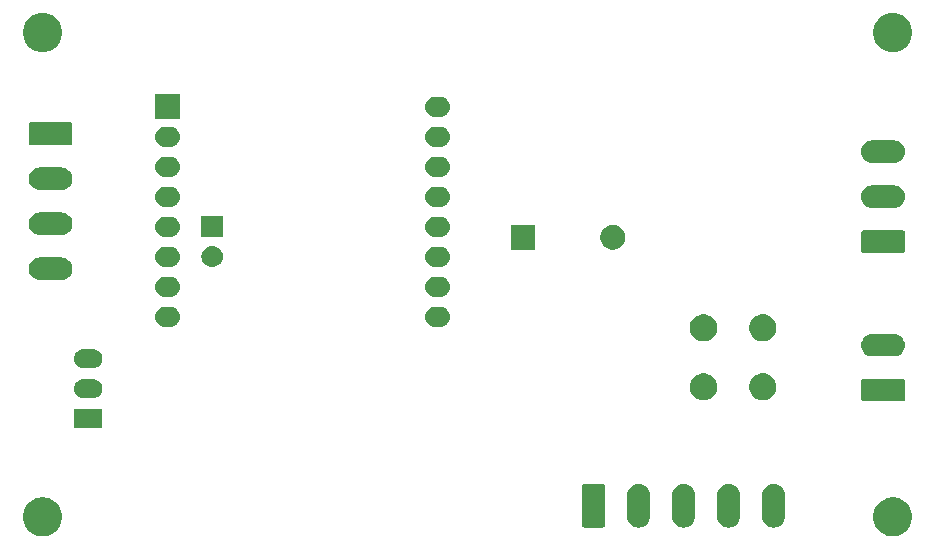
<source format=gbs>
G04 #@! TF.GenerationSoftware,KiCad,Pcbnew,(5.1.2-1)-1*
G04 #@! TF.CreationDate,2019-07-26T11:47:48+01:00*
G04 #@! TF.ProjectId,tool-lockers-pcb,746f6f6c-2d6c-46f6-936b-6572732d7063,rev?*
G04 #@! TF.SameCoordinates,Original*
G04 #@! TF.FileFunction,Soldermask,Bot*
G04 #@! TF.FilePolarity,Negative*
%FSLAX46Y46*%
G04 Gerber Fmt 4.6, Leading zero omitted, Abs format (unit mm)*
G04 Created by KiCad (PCBNEW (5.1.2-1)-1) date 2019-07-26 11:47:48*
%MOMM*%
%LPD*%
G04 APERTURE LIST*
%ADD10C,0.100000*%
G04 APERTURE END LIST*
D10*
G36*
X184911553Y-118575868D02*
G01*
X185071057Y-118607595D01*
X185159071Y-118644051D01*
X185371556Y-118732065D01*
X185641998Y-118912769D01*
X185871991Y-119142762D01*
X186052695Y-119413204D01*
X186177165Y-119713704D01*
X186240620Y-120032710D01*
X186240620Y-120357970D01*
X186177165Y-120676976D01*
X186052695Y-120977476D01*
X185871991Y-121247918D01*
X185641998Y-121477911D01*
X185371556Y-121658615D01*
X185159071Y-121746629D01*
X185071057Y-121783085D01*
X184911553Y-121814812D01*
X184752050Y-121846540D01*
X184426790Y-121846540D01*
X184267287Y-121814812D01*
X184107783Y-121783085D01*
X184019769Y-121746629D01*
X183807284Y-121658615D01*
X183536842Y-121477911D01*
X183306849Y-121247918D01*
X183126145Y-120977476D01*
X183001675Y-120676976D01*
X182938220Y-120357970D01*
X182938220Y-120032710D01*
X183001675Y-119713704D01*
X183126145Y-119413204D01*
X183306849Y-119142762D01*
X183536842Y-118912769D01*
X183807284Y-118732065D01*
X184019769Y-118644051D01*
X184107783Y-118607595D01*
X184267287Y-118575868D01*
X184426790Y-118544140D01*
X184752050Y-118544140D01*
X184911553Y-118575868D01*
X184911553Y-118575868D01*
G37*
G36*
X112912713Y-118575868D02*
G01*
X113072217Y-118607595D01*
X113160231Y-118644051D01*
X113372716Y-118732065D01*
X113643158Y-118912769D01*
X113873151Y-119142762D01*
X114053855Y-119413204D01*
X114178325Y-119713704D01*
X114241780Y-120032710D01*
X114241780Y-120357970D01*
X114178325Y-120676976D01*
X114053855Y-120977476D01*
X113873151Y-121247918D01*
X113643158Y-121477911D01*
X113372716Y-121658615D01*
X113160231Y-121746629D01*
X113072217Y-121783085D01*
X112912713Y-121814812D01*
X112753210Y-121846540D01*
X112427950Y-121846540D01*
X112268447Y-121814812D01*
X112108943Y-121783085D01*
X112020929Y-121746629D01*
X111808444Y-121658615D01*
X111538002Y-121477911D01*
X111308009Y-121247918D01*
X111127305Y-120977476D01*
X111002835Y-120676976D01*
X110939380Y-120357970D01*
X110939380Y-120032710D01*
X111002835Y-119713704D01*
X111127305Y-119413204D01*
X111308009Y-119142762D01*
X111538002Y-118912769D01*
X111808444Y-118732065D01*
X112020929Y-118644051D01*
X112108943Y-118607595D01*
X112268447Y-118575868D01*
X112427950Y-118544140D01*
X112753210Y-118544140D01*
X112912713Y-118575868D01*
X112912713Y-118575868D01*
G37*
G36*
X163254424Y-117415760D02*
G01*
X163254427Y-117415761D01*
X163254428Y-117415761D01*
X163433692Y-117470140D01*
X163433695Y-117470142D01*
X163433696Y-117470142D01*
X163598903Y-117558446D01*
X163743712Y-117677288D01*
X163862554Y-117822097D01*
X163950858Y-117987303D01*
X163950860Y-117987307D01*
X163950860Y-117987308D01*
X164005240Y-118166575D01*
X164019000Y-118306282D01*
X164019000Y-120199718D01*
X164005240Y-120339425D01*
X164005239Y-120339428D01*
X164005239Y-120339429D01*
X163950860Y-120518693D01*
X163950858Y-120518696D01*
X163950858Y-120518697D01*
X163862554Y-120683903D01*
X163743712Y-120828712D01*
X163598903Y-120947554D01*
X163451425Y-121026382D01*
X163433693Y-121035860D01*
X163254429Y-121090239D01*
X163254428Y-121090239D01*
X163254425Y-121090240D01*
X163068000Y-121108601D01*
X162881576Y-121090240D01*
X162881573Y-121090239D01*
X162881572Y-121090239D01*
X162702308Y-121035860D01*
X162684576Y-121026382D01*
X162537098Y-120947554D01*
X162392289Y-120828712D01*
X162273447Y-120683903D01*
X162185143Y-120518697D01*
X162185143Y-120518696D01*
X162185141Y-120518693D01*
X162130762Y-120339429D01*
X162130762Y-120339428D01*
X162130761Y-120339425D01*
X162117000Y-120199717D01*
X162117000Y-118306283D01*
X162130760Y-118166576D01*
X162130761Y-118166572D01*
X162185140Y-117987308D01*
X162185143Y-117987303D01*
X162273446Y-117822097D01*
X162392288Y-117677288D01*
X162537097Y-117558446D01*
X162702303Y-117470142D01*
X162702304Y-117470142D01*
X162702307Y-117470140D01*
X162881571Y-117415761D01*
X162881572Y-117415761D01*
X162881575Y-117415760D01*
X163068000Y-117397399D01*
X163254424Y-117415760D01*
X163254424Y-117415760D01*
G37*
G36*
X167064424Y-117415760D02*
G01*
X167064427Y-117415761D01*
X167064428Y-117415761D01*
X167243692Y-117470140D01*
X167243695Y-117470142D01*
X167243696Y-117470142D01*
X167408903Y-117558446D01*
X167553712Y-117677288D01*
X167672554Y-117822097D01*
X167760858Y-117987303D01*
X167760860Y-117987307D01*
X167760860Y-117987308D01*
X167815240Y-118166575D01*
X167829000Y-118306282D01*
X167829000Y-120199718D01*
X167815240Y-120339425D01*
X167815239Y-120339428D01*
X167815239Y-120339429D01*
X167760860Y-120518693D01*
X167760858Y-120518696D01*
X167760858Y-120518697D01*
X167672554Y-120683903D01*
X167553712Y-120828712D01*
X167408903Y-120947554D01*
X167261425Y-121026382D01*
X167243693Y-121035860D01*
X167064429Y-121090239D01*
X167064428Y-121090239D01*
X167064425Y-121090240D01*
X166878000Y-121108601D01*
X166691576Y-121090240D01*
X166691573Y-121090239D01*
X166691572Y-121090239D01*
X166512308Y-121035860D01*
X166494576Y-121026382D01*
X166347098Y-120947554D01*
X166202289Y-120828712D01*
X166083447Y-120683903D01*
X165995143Y-120518697D01*
X165995143Y-120518696D01*
X165995141Y-120518693D01*
X165940762Y-120339429D01*
X165940762Y-120339428D01*
X165940761Y-120339425D01*
X165927000Y-120199717D01*
X165927000Y-118306283D01*
X165940760Y-118166576D01*
X165940761Y-118166572D01*
X165995140Y-117987308D01*
X165995143Y-117987303D01*
X166083446Y-117822097D01*
X166202288Y-117677288D01*
X166347097Y-117558446D01*
X166512303Y-117470142D01*
X166512304Y-117470142D01*
X166512307Y-117470140D01*
X166691571Y-117415761D01*
X166691572Y-117415761D01*
X166691575Y-117415760D01*
X166878000Y-117397399D01*
X167064424Y-117415760D01*
X167064424Y-117415760D01*
G37*
G36*
X170874424Y-117415760D02*
G01*
X170874427Y-117415761D01*
X170874428Y-117415761D01*
X171053692Y-117470140D01*
X171053695Y-117470142D01*
X171053696Y-117470142D01*
X171218903Y-117558446D01*
X171363712Y-117677288D01*
X171482554Y-117822097D01*
X171570858Y-117987303D01*
X171570860Y-117987307D01*
X171570860Y-117987308D01*
X171625240Y-118166575D01*
X171639000Y-118306282D01*
X171639000Y-120199718D01*
X171625240Y-120339425D01*
X171625239Y-120339428D01*
X171625239Y-120339429D01*
X171570860Y-120518693D01*
X171570858Y-120518696D01*
X171570858Y-120518697D01*
X171482554Y-120683903D01*
X171363712Y-120828712D01*
X171218903Y-120947554D01*
X171071425Y-121026382D01*
X171053693Y-121035860D01*
X170874429Y-121090239D01*
X170874428Y-121090239D01*
X170874425Y-121090240D01*
X170688000Y-121108601D01*
X170501576Y-121090240D01*
X170501573Y-121090239D01*
X170501572Y-121090239D01*
X170322308Y-121035860D01*
X170304576Y-121026382D01*
X170157098Y-120947554D01*
X170012289Y-120828712D01*
X169893447Y-120683903D01*
X169805143Y-120518697D01*
X169805143Y-120518696D01*
X169805141Y-120518693D01*
X169750762Y-120339429D01*
X169750762Y-120339428D01*
X169750761Y-120339425D01*
X169737000Y-120199717D01*
X169737000Y-118306283D01*
X169750760Y-118166576D01*
X169750761Y-118166572D01*
X169805140Y-117987308D01*
X169805143Y-117987303D01*
X169893446Y-117822097D01*
X170012288Y-117677288D01*
X170157097Y-117558446D01*
X170322303Y-117470142D01*
X170322304Y-117470142D01*
X170322307Y-117470140D01*
X170501571Y-117415761D01*
X170501572Y-117415761D01*
X170501575Y-117415760D01*
X170688000Y-117397399D01*
X170874424Y-117415760D01*
X170874424Y-117415760D01*
G37*
G36*
X174684424Y-117415760D02*
G01*
X174684427Y-117415761D01*
X174684428Y-117415761D01*
X174863692Y-117470140D01*
X174863695Y-117470142D01*
X174863696Y-117470142D01*
X175028903Y-117558446D01*
X175173712Y-117677288D01*
X175292554Y-117822097D01*
X175380858Y-117987303D01*
X175380860Y-117987307D01*
X175380860Y-117987308D01*
X175435240Y-118166575D01*
X175449000Y-118306282D01*
X175449000Y-120199718D01*
X175435240Y-120339425D01*
X175435239Y-120339428D01*
X175435239Y-120339429D01*
X175380860Y-120518693D01*
X175380858Y-120518696D01*
X175380858Y-120518697D01*
X175292554Y-120683903D01*
X175173712Y-120828712D01*
X175028903Y-120947554D01*
X174881425Y-121026382D01*
X174863693Y-121035860D01*
X174684429Y-121090239D01*
X174684428Y-121090239D01*
X174684425Y-121090240D01*
X174498000Y-121108601D01*
X174311576Y-121090240D01*
X174311573Y-121090239D01*
X174311572Y-121090239D01*
X174132308Y-121035860D01*
X174114576Y-121026382D01*
X173967098Y-120947554D01*
X173822289Y-120828712D01*
X173703447Y-120683903D01*
X173615143Y-120518697D01*
X173615143Y-120518696D01*
X173615141Y-120518693D01*
X173560762Y-120339429D01*
X173560762Y-120339428D01*
X173560761Y-120339425D01*
X173547000Y-120199717D01*
X173547000Y-118306283D01*
X173560760Y-118166576D01*
X173560761Y-118166572D01*
X173615140Y-117987308D01*
X173615143Y-117987303D01*
X173703446Y-117822097D01*
X173822288Y-117677288D01*
X173967097Y-117558446D01*
X174132303Y-117470142D01*
X174132304Y-117470142D01*
X174132307Y-117470140D01*
X174311571Y-117415761D01*
X174311572Y-117415761D01*
X174311575Y-117415760D01*
X174498000Y-117397399D01*
X174684424Y-117415760D01*
X174684424Y-117415760D01*
G37*
G36*
X160068915Y-117405934D02*
G01*
X160101424Y-117415795D01*
X160131382Y-117431809D01*
X160157641Y-117453359D01*
X160179191Y-117479618D01*
X160195205Y-117509576D01*
X160205066Y-117542085D01*
X160209000Y-117582029D01*
X160209000Y-120923971D01*
X160205066Y-120963915D01*
X160195205Y-120996424D01*
X160179191Y-121026382D01*
X160157641Y-121052641D01*
X160131382Y-121074191D01*
X160101424Y-121090205D01*
X160068915Y-121100066D01*
X160028971Y-121104000D01*
X158487029Y-121104000D01*
X158447085Y-121100066D01*
X158414576Y-121090205D01*
X158384618Y-121074191D01*
X158358359Y-121052641D01*
X158336809Y-121026382D01*
X158320795Y-120996424D01*
X158310934Y-120963915D01*
X158307000Y-120923971D01*
X158307000Y-117582029D01*
X158310934Y-117542085D01*
X158320795Y-117509576D01*
X158336809Y-117479618D01*
X158358359Y-117453359D01*
X158384618Y-117431809D01*
X158414576Y-117415795D01*
X158447085Y-117405934D01*
X158487029Y-117402000D01*
X160028971Y-117402000D01*
X160068915Y-117405934D01*
X160068915Y-117405934D01*
G37*
G36*
X117660000Y-112688000D02*
G01*
X115258000Y-112688000D01*
X115258000Y-111086000D01*
X117660000Y-111086000D01*
X117660000Y-112688000D01*
X117660000Y-112688000D01*
G37*
G36*
X185479915Y-108526934D02*
G01*
X185512424Y-108536795D01*
X185542382Y-108552809D01*
X185568641Y-108574359D01*
X185590191Y-108600618D01*
X185606205Y-108630576D01*
X185616066Y-108663085D01*
X185620000Y-108703029D01*
X185620000Y-110244971D01*
X185616066Y-110284915D01*
X185606205Y-110317424D01*
X185590191Y-110347382D01*
X185568641Y-110373641D01*
X185542382Y-110395191D01*
X185512424Y-110411205D01*
X185479915Y-110421066D01*
X185439971Y-110425000D01*
X182098029Y-110425000D01*
X182058085Y-110421066D01*
X182025576Y-110411205D01*
X181995618Y-110395191D01*
X181969359Y-110373641D01*
X181947809Y-110347382D01*
X181931795Y-110317424D01*
X181921934Y-110284915D01*
X181918000Y-110244971D01*
X181918000Y-108703029D01*
X181921934Y-108663085D01*
X181931795Y-108630576D01*
X181947809Y-108600618D01*
X181969359Y-108574359D01*
X181995618Y-108552809D01*
X182025576Y-108536795D01*
X182058085Y-108526934D01*
X182098029Y-108523000D01*
X185439971Y-108523000D01*
X185479915Y-108526934D01*
X185479915Y-108526934D01*
G37*
G36*
X173793549Y-108051116D02*
G01*
X173904734Y-108073232D01*
X174114203Y-108159997D01*
X174302720Y-108285960D01*
X174463040Y-108446280D01*
X174589003Y-108634797D01*
X174648265Y-108777867D01*
X174675768Y-108844267D01*
X174714501Y-109038988D01*
X174720000Y-109066636D01*
X174720000Y-109293364D01*
X174675768Y-109515734D01*
X174589003Y-109725203D01*
X174463040Y-109913720D01*
X174302720Y-110074040D01*
X174114203Y-110200003D01*
X174114202Y-110200004D01*
X174114201Y-110200004D01*
X174052850Y-110225416D01*
X173904734Y-110286768D01*
X173800019Y-110307597D01*
X173682365Y-110331000D01*
X173455635Y-110331000D01*
X173337981Y-110307597D01*
X173233266Y-110286768D01*
X173085150Y-110225416D01*
X173023799Y-110200004D01*
X173023798Y-110200004D01*
X173023797Y-110200003D01*
X172835280Y-110074040D01*
X172674960Y-109913720D01*
X172548997Y-109725203D01*
X172462232Y-109515734D01*
X172418000Y-109293364D01*
X172418000Y-109066636D01*
X172423500Y-109038988D01*
X172462232Y-108844267D01*
X172489736Y-108777867D01*
X172548997Y-108634797D01*
X172674960Y-108446280D01*
X172835280Y-108285960D01*
X173023797Y-108159997D01*
X173233266Y-108073232D01*
X173344451Y-108051116D01*
X173455635Y-108029000D01*
X173682365Y-108029000D01*
X173793549Y-108051116D01*
X173793549Y-108051116D01*
G37*
G36*
X168793549Y-108051116D02*
G01*
X168904734Y-108073232D01*
X169114203Y-108159997D01*
X169302720Y-108285960D01*
X169463040Y-108446280D01*
X169589003Y-108634797D01*
X169648265Y-108777867D01*
X169675768Y-108844267D01*
X169714501Y-109038988D01*
X169720000Y-109066636D01*
X169720000Y-109293364D01*
X169675768Y-109515734D01*
X169589003Y-109725203D01*
X169463040Y-109913720D01*
X169302720Y-110074040D01*
X169114203Y-110200003D01*
X169114202Y-110200004D01*
X169114201Y-110200004D01*
X169052850Y-110225416D01*
X168904734Y-110286768D01*
X168800019Y-110307597D01*
X168682365Y-110331000D01*
X168455635Y-110331000D01*
X168337981Y-110307597D01*
X168233266Y-110286768D01*
X168085150Y-110225416D01*
X168023799Y-110200004D01*
X168023798Y-110200004D01*
X168023797Y-110200003D01*
X167835280Y-110074040D01*
X167674960Y-109913720D01*
X167548997Y-109725203D01*
X167462232Y-109515734D01*
X167418000Y-109293364D01*
X167418000Y-109066636D01*
X167423500Y-109038988D01*
X167462232Y-108844267D01*
X167489736Y-108777867D01*
X167548997Y-108634797D01*
X167674960Y-108446280D01*
X167835280Y-108285960D01*
X168023797Y-108159997D01*
X168233266Y-108073232D01*
X168344451Y-108051116D01*
X168455635Y-108029000D01*
X168682365Y-108029000D01*
X168793549Y-108051116D01*
X168793549Y-108051116D01*
G37*
G36*
X116937571Y-108549863D02*
G01*
X117016023Y-108557590D01*
X117116682Y-108588125D01*
X117167013Y-108603392D01*
X117306165Y-108677771D01*
X117428133Y-108777867D01*
X117528229Y-108899835D01*
X117602608Y-109038987D01*
X117602608Y-109038988D01*
X117648410Y-109189977D01*
X117663875Y-109347000D01*
X117648410Y-109504023D01*
X117617875Y-109604682D01*
X117602608Y-109655013D01*
X117528229Y-109794165D01*
X117428133Y-109916133D01*
X117306165Y-110016229D01*
X117167013Y-110090608D01*
X117116682Y-110105875D01*
X117016023Y-110136410D01*
X116937571Y-110144137D01*
X116898346Y-110148000D01*
X116019654Y-110148000D01*
X115980429Y-110144137D01*
X115901977Y-110136410D01*
X115801318Y-110105875D01*
X115750987Y-110090608D01*
X115611835Y-110016229D01*
X115489867Y-109916133D01*
X115389771Y-109794165D01*
X115315392Y-109655013D01*
X115300125Y-109604682D01*
X115269590Y-109504023D01*
X115254125Y-109347000D01*
X115269590Y-109189977D01*
X115315392Y-109038988D01*
X115315392Y-109038987D01*
X115389771Y-108899835D01*
X115489867Y-108777867D01*
X115611835Y-108677771D01*
X115750987Y-108603392D01*
X115801318Y-108588125D01*
X115901977Y-108557590D01*
X115980429Y-108549863D01*
X116019654Y-108546000D01*
X116898346Y-108546000D01*
X116937571Y-108549863D01*
X116937571Y-108549863D01*
G37*
G36*
X116937571Y-106009863D02*
G01*
X117016023Y-106017590D01*
X117116682Y-106048125D01*
X117167013Y-106063392D01*
X117306165Y-106137771D01*
X117428133Y-106237867D01*
X117528229Y-106359835D01*
X117602608Y-106498987D01*
X117602608Y-106498988D01*
X117648410Y-106649977D01*
X117663875Y-106807000D01*
X117648410Y-106964023D01*
X117617875Y-107064682D01*
X117602608Y-107115013D01*
X117528229Y-107254165D01*
X117428133Y-107376133D01*
X117306165Y-107476229D01*
X117167013Y-107550608D01*
X117116682Y-107565875D01*
X117016023Y-107596410D01*
X116937571Y-107604137D01*
X116898346Y-107608000D01*
X116019654Y-107608000D01*
X115980429Y-107604137D01*
X115901977Y-107596410D01*
X115801318Y-107565875D01*
X115750987Y-107550608D01*
X115611835Y-107476229D01*
X115489867Y-107376133D01*
X115389771Y-107254165D01*
X115315392Y-107115013D01*
X115300125Y-107064682D01*
X115269590Y-106964023D01*
X115254125Y-106807000D01*
X115269590Y-106649977D01*
X115315392Y-106498988D01*
X115315392Y-106498987D01*
X115389771Y-106359835D01*
X115489867Y-106237867D01*
X115611835Y-106137771D01*
X115750987Y-106063392D01*
X115801318Y-106048125D01*
X115901977Y-106017590D01*
X115980429Y-106009863D01*
X116019654Y-106006000D01*
X116898346Y-106006000D01*
X116937571Y-106009863D01*
X116937571Y-106009863D01*
G37*
G36*
X184855425Y-104726760D02*
G01*
X184855428Y-104726761D01*
X184855429Y-104726761D01*
X185034693Y-104781140D01*
X185034696Y-104781142D01*
X185034697Y-104781142D01*
X185199903Y-104869446D01*
X185344712Y-104988288D01*
X185463554Y-105133097D01*
X185499316Y-105200004D01*
X185551860Y-105298307D01*
X185561777Y-105331000D01*
X185606240Y-105477575D01*
X185624601Y-105664000D01*
X185606240Y-105850425D01*
X185606239Y-105850428D01*
X185606239Y-105850429D01*
X185551860Y-106029693D01*
X185551858Y-106029696D01*
X185551858Y-106029697D01*
X185463554Y-106194903D01*
X185344712Y-106339712D01*
X185199903Y-106458554D01*
X185034697Y-106546858D01*
X185034693Y-106546860D01*
X184855429Y-106601239D01*
X184855428Y-106601239D01*
X184855425Y-106601240D01*
X184715718Y-106615000D01*
X182822282Y-106615000D01*
X182682575Y-106601240D01*
X182682572Y-106601239D01*
X182682571Y-106601239D01*
X182503307Y-106546860D01*
X182503303Y-106546858D01*
X182338097Y-106458554D01*
X182193288Y-106339712D01*
X182074446Y-106194903D01*
X181986142Y-106029697D01*
X181986142Y-106029696D01*
X181986140Y-106029693D01*
X181931761Y-105850429D01*
X181931761Y-105850428D01*
X181931760Y-105850425D01*
X181913399Y-105664000D01*
X181931760Y-105477575D01*
X181976223Y-105331000D01*
X181986140Y-105298307D01*
X182038684Y-105200004D01*
X182074446Y-105133097D01*
X182193288Y-104988288D01*
X182338097Y-104869446D01*
X182503303Y-104781142D01*
X182503304Y-104781142D01*
X182503307Y-104781140D01*
X182682571Y-104726761D01*
X182682572Y-104726761D01*
X182682575Y-104726760D01*
X182822282Y-104713000D01*
X184715718Y-104713000D01*
X184855425Y-104726760D01*
X184855425Y-104726760D01*
G37*
G36*
X173793549Y-103051116D02*
G01*
X173904734Y-103073232D01*
X174114203Y-103159997D01*
X174302720Y-103285960D01*
X174463040Y-103446280D01*
X174551212Y-103578239D01*
X174589004Y-103634799D01*
X174675768Y-103844267D01*
X174714906Y-104041024D01*
X174720000Y-104066636D01*
X174720000Y-104293364D01*
X174675768Y-104515734D01*
X174589003Y-104725203D01*
X174463040Y-104913720D01*
X174302720Y-105074040D01*
X174114203Y-105200003D01*
X173904734Y-105286768D01*
X173846743Y-105298303D01*
X173682365Y-105331000D01*
X173455635Y-105331000D01*
X173291257Y-105298303D01*
X173233266Y-105286768D01*
X173023797Y-105200003D01*
X172835280Y-105074040D01*
X172674960Y-104913720D01*
X172548997Y-104725203D01*
X172462232Y-104515734D01*
X172418000Y-104293364D01*
X172418000Y-104066636D01*
X172423095Y-104041024D01*
X172462232Y-103844267D01*
X172548996Y-103634799D01*
X172586788Y-103578239D01*
X172674960Y-103446280D01*
X172835280Y-103285960D01*
X173023797Y-103159997D01*
X173233266Y-103073232D01*
X173344451Y-103051116D01*
X173455635Y-103029000D01*
X173682365Y-103029000D01*
X173793549Y-103051116D01*
X173793549Y-103051116D01*
G37*
G36*
X168793549Y-103051116D02*
G01*
X168904734Y-103073232D01*
X169114203Y-103159997D01*
X169302720Y-103285960D01*
X169463040Y-103446280D01*
X169551212Y-103578239D01*
X169589004Y-103634799D01*
X169675768Y-103844267D01*
X169714906Y-104041024D01*
X169720000Y-104066636D01*
X169720000Y-104293364D01*
X169675768Y-104515734D01*
X169589003Y-104725203D01*
X169463040Y-104913720D01*
X169302720Y-105074040D01*
X169114203Y-105200003D01*
X168904734Y-105286768D01*
X168846743Y-105298303D01*
X168682365Y-105331000D01*
X168455635Y-105331000D01*
X168291257Y-105298303D01*
X168233266Y-105286768D01*
X168023797Y-105200003D01*
X167835280Y-105074040D01*
X167674960Y-104913720D01*
X167548997Y-104725203D01*
X167462232Y-104515734D01*
X167418000Y-104293364D01*
X167418000Y-104066636D01*
X167423095Y-104041024D01*
X167462232Y-103844267D01*
X167548996Y-103634799D01*
X167586788Y-103578239D01*
X167674960Y-103446280D01*
X167835280Y-103285960D01*
X168023797Y-103159997D01*
X168233266Y-103073232D01*
X168344451Y-103051116D01*
X168455635Y-103029000D01*
X168682365Y-103029000D01*
X168793549Y-103051116D01*
X168793549Y-103051116D01*
G37*
G36*
X146416823Y-102412313D02*
G01*
X146577242Y-102460976D01*
X146709906Y-102531886D01*
X146725078Y-102539996D01*
X146854659Y-102646341D01*
X146961004Y-102775922D01*
X146961005Y-102775924D01*
X147040024Y-102923758D01*
X147088687Y-103084177D01*
X147105117Y-103251000D01*
X147088687Y-103417823D01*
X147040024Y-103578242D01*
X146969114Y-103710906D01*
X146961004Y-103726078D01*
X146854659Y-103855659D01*
X146725078Y-103962004D01*
X146725076Y-103962005D01*
X146577242Y-104041024D01*
X146416823Y-104089687D01*
X146291804Y-104102000D01*
X145808196Y-104102000D01*
X145683177Y-104089687D01*
X145522758Y-104041024D01*
X145374924Y-103962005D01*
X145374922Y-103962004D01*
X145245341Y-103855659D01*
X145138996Y-103726078D01*
X145130886Y-103710906D01*
X145059976Y-103578242D01*
X145011313Y-103417823D01*
X144994883Y-103251000D01*
X145011313Y-103084177D01*
X145059976Y-102923758D01*
X145138995Y-102775924D01*
X145138996Y-102775922D01*
X145245341Y-102646341D01*
X145374922Y-102539996D01*
X145390094Y-102531886D01*
X145522758Y-102460976D01*
X145683177Y-102412313D01*
X145808196Y-102400000D01*
X146291804Y-102400000D01*
X146416823Y-102412313D01*
X146416823Y-102412313D01*
G37*
G36*
X123556823Y-102412313D02*
G01*
X123717242Y-102460976D01*
X123849906Y-102531886D01*
X123865078Y-102539996D01*
X123994659Y-102646341D01*
X124101004Y-102775922D01*
X124101005Y-102775924D01*
X124180024Y-102923758D01*
X124228687Y-103084177D01*
X124245117Y-103251000D01*
X124228687Y-103417823D01*
X124180024Y-103578242D01*
X124109114Y-103710906D01*
X124101004Y-103726078D01*
X123994659Y-103855659D01*
X123865078Y-103962004D01*
X123865076Y-103962005D01*
X123717242Y-104041024D01*
X123556823Y-104089687D01*
X123431804Y-104102000D01*
X122948196Y-104102000D01*
X122823177Y-104089687D01*
X122662758Y-104041024D01*
X122514924Y-103962005D01*
X122514922Y-103962004D01*
X122385341Y-103855659D01*
X122278996Y-103726078D01*
X122270886Y-103710906D01*
X122199976Y-103578242D01*
X122151313Y-103417823D01*
X122134883Y-103251000D01*
X122151313Y-103084177D01*
X122199976Y-102923758D01*
X122278995Y-102775924D01*
X122278996Y-102775922D01*
X122385341Y-102646341D01*
X122514922Y-102539996D01*
X122530094Y-102531886D01*
X122662758Y-102460976D01*
X122823177Y-102412313D01*
X122948196Y-102400000D01*
X123431804Y-102400000D01*
X123556823Y-102412313D01*
X123556823Y-102412313D01*
G37*
G36*
X146416823Y-99872313D02*
G01*
X146577242Y-99920976D01*
X146690573Y-99981553D01*
X146725078Y-99999996D01*
X146854659Y-100106341D01*
X146961004Y-100235922D01*
X146961005Y-100235924D01*
X147040024Y-100383758D01*
X147088687Y-100544177D01*
X147105117Y-100711000D01*
X147088687Y-100877823D01*
X147040024Y-101038242D01*
X146969114Y-101170906D01*
X146961004Y-101186078D01*
X146854659Y-101315659D01*
X146725078Y-101422004D01*
X146725076Y-101422005D01*
X146577242Y-101501024D01*
X146416823Y-101549687D01*
X146291804Y-101562000D01*
X145808196Y-101562000D01*
X145683177Y-101549687D01*
X145522758Y-101501024D01*
X145374924Y-101422005D01*
X145374922Y-101422004D01*
X145245341Y-101315659D01*
X145138996Y-101186078D01*
X145130886Y-101170906D01*
X145059976Y-101038242D01*
X145011313Y-100877823D01*
X144994883Y-100711000D01*
X145011313Y-100544177D01*
X145059976Y-100383758D01*
X145138995Y-100235924D01*
X145138996Y-100235922D01*
X145245341Y-100106341D01*
X145374922Y-99999996D01*
X145409427Y-99981553D01*
X145522758Y-99920976D01*
X145683177Y-99872313D01*
X145808196Y-99860000D01*
X146291804Y-99860000D01*
X146416823Y-99872313D01*
X146416823Y-99872313D01*
G37*
G36*
X123556823Y-99872313D02*
G01*
X123717242Y-99920976D01*
X123830573Y-99981553D01*
X123865078Y-99999996D01*
X123994659Y-100106341D01*
X124101004Y-100235922D01*
X124101005Y-100235924D01*
X124180024Y-100383758D01*
X124228687Y-100544177D01*
X124245117Y-100711000D01*
X124228687Y-100877823D01*
X124180024Y-101038242D01*
X124109114Y-101170906D01*
X124101004Y-101186078D01*
X123994659Y-101315659D01*
X123865078Y-101422004D01*
X123865076Y-101422005D01*
X123717242Y-101501024D01*
X123556823Y-101549687D01*
X123431804Y-101562000D01*
X122948196Y-101562000D01*
X122823177Y-101549687D01*
X122662758Y-101501024D01*
X122514924Y-101422005D01*
X122514922Y-101422004D01*
X122385341Y-101315659D01*
X122278996Y-101186078D01*
X122270886Y-101170906D01*
X122199976Y-101038242D01*
X122151313Y-100877823D01*
X122134883Y-100711000D01*
X122151313Y-100544177D01*
X122199976Y-100383758D01*
X122278995Y-100235924D01*
X122278996Y-100235922D01*
X122385341Y-100106341D01*
X122514922Y-99999996D01*
X122549427Y-99981553D01*
X122662758Y-99920976D01*
X122823177Y-99872313D01*
X122948196Y-99860000D01*
X123431804Y-99860000D01*
X123556823Y-99872313D01*
X123556823Y-99872313D01*
G37*
G36*
X114370425Y-98249760D02*
G01*
X114370428Y-98249761D01*
X114370429Y-98249761D01*
X114549693Y-98304140D01*
X114549696Y-98304142D01*
X114549697Y-98304142D01*
X114714903Y-98392446D01*
X114859712Y-98511288D01*
X114978554Y-98656097D01*
X115042461Y-98775659D01*
X115066860Y-98821307D01*
X115109243Y-98961025D01*
X115121240Y-99000575D01*
X115139601Y-99187000D01*
X115121240Y-99373425D01*
X115121239Y-99373428D01*
X115121239Y-99373429D01*
X115066860Y-99552693D01*
X115066858Y-99552696D01*
X115066858Y-99552697D01*
X114978554Y-99717903D01*
X114859712Y-99862712D01*
X114714903Y-99981554D01*
X114549697Y-100069858D01*
X114549693Y-100069860D01*
X114370429Y-100124239D01*
X114370428Y-100124239D01*
X114370425Y-100124240D01*
X114230718Y-100138000D01*
X112337282Y-100138000D01*
X112197575Y-100124240D01*
X112197572Y-100124239D01*
X112197571Y-100124239D01*
X112018307Y-100069860D01*
X112018303Y-100069858D01*
X111853097Y-99981554D01*
X111708288Y-99862712D01*
X111589446Y-99717903D01*
X111501142Y-99552697D01*
X111501142Y-99552696D01*
X111501140Y-99552693D01*
X111446761Y-99373429D01*
X111446761Y-99373428D01*
X111446760Y-99373425D01*
X111428399Y-99187000D01*
X111446760Y-99000575D01*
X111458757Y-98961025D01*
X111501140Y-98821307D01*
X111525539Y-98775659D01*
X111589446Y-98656097D01*
X111708288Y-98511288D01*
X111853097Y-98392446D01*
X112018303Y-98304142D01*
X112018304Y-98304142D01*
X112018307Y-98304140D01*
X112197571Y-98249761D01*
X112197572Y-98249761D01*
X112197575Y-98249760D01*
X112337282Y-98236000D01*
X114230718Y-98236000D01*
X114370425Y-98249760D01*
X114370425Y-98249760D01*
G37*
G36*
X127070443Y-97265519D02*
G01*
X127136627Y-97272037D01*
X127306466Y-97323557D01*
X127462991Y-97407222D01*
X127498729Y-97436552D01*
X127600186Y-97519814D01*
X127683448Y-97621271D01*
X127712778Y-97657009D01*
X127712779Y-97657011D01*
X127789552Y-97800641D01*
X127796443Y-97813534D01*
X127847963Y-97983373D01*
X127865359Y-98160000D01*
X127847963Y-98336627D01*
X127796443Y-98506466D01*
X127712778Y-98662991D01*
X127683448Y-98698729D01*
X127600186Y-98800186D01*
X127500489Y-98882004D01*
X127462991Y-98912778D01*
X127306466Y-98996443D01*
X127136627Y-99047963D01*
X127070442Y-99054482D01*
X127004260Y-99061000D01*
X126915740Y-99061000D01*
X126849557Y-99054481D01*
X126783373Y-99047963D01*
X126613534Y-98996443D01*
X126457009Y-98912778D01*
X126419511Y-98882004D01*
X126319814Y-98800186D01*
X126236552Y-98698729D01*
X126207222Y-98662991D01*
X126123557Y-98506466D01*
X126072037Y-98336627D01*
X126054641Y-98160000D01*
X126072037Y-97983373D01*
X126123557Y-97813534D01*
X126130449Y-97800641D01*
X126207221Y-97657011D01*
X126207222Y-97657009D01*
X126236552Y-97621271D01*
X126319814Y-97519814D01*
X126421271Y-97436552D01*
X126457009Y-97407222D01*
X126613534Y-97323557D01*
X126783373Y-97272037D01*
X126849557Y-97265519D01*
X126915740Y-97259000D01*
X127004260Y-97259000D01*
X127070443Y-97265519D01*
X127070443Y-97265519D01*
G37*
G36*
X146416823Y-97332313D02*
G01*
X146577242Y-97380976D01*
X146708966Y-97451384D01*
X146725078Y-97459996D01*
X146854659Y-97566341D01*
X146961004Y-97695922D01*
X146961005Y-97695924D01*
X147040024Y-97843758D01*
X147088687Y-98004177D01*
X147105117Y-98171000D01*
X147088687Y-98337823D01*
X147040024Y-98498242D01*
X146969114Y-98630906D01*
X146961004Y-98646078D01*
X146854659Y-98775659D01*
X146725078Y-98882004D01*
X146725076Y-98882005D01*
X146577242Y-98961024D01*
X146416823Y-99009687D01*
X146291804Y-99022000D01*
X145808196Y-99022000D01*
X145683177Y-99009687D01*
X145522758Y-98961024D01*
X145374924Y-98882005D01*
X145374922Y-98882004D01*
X145245341Y-98775659D01*
X145138996Y-98646078D01*
X145130886Y-98630906D01*
X145059976Y-98498242D01*
X145011313Y-98337823D01*
X144994883Y-98171000D01*
X145011313Y-98004177D01*
X145059976Y-97843758D01*
X145138995Y-97695924D01*
X145138996Y-97695922D01*
X145245341Y-97566341D01*
X145374922Y-97459996D01*
X145391034Y-97451384D01*
X145522758Y-97380976D01*
X145683177Y-97332313D01*
X145808196Y-97320000D01*
X146291804Y-97320000D01*
X146416823Y-97332313D01*
X146416823Y-97332313D01*
G37*
G36*
X123556823Y-97332313D02*
G01*
X123717242Y-97380976D01*
X123848966Y-97451384D01*
X123865078Y-97459996D01*
X123994659Y-97566341D01*
X124101004Y-97695922D01*
X124101005Y-97695924D01*
X124180024Y-97843758D01*
X124228687Y-98004177D01*
X124245117Y-98171000D01*
X124228687Y-98337823D01*
X124180024Y-98498242D01*
X124109114Y-98630906D01*
X124101004Y-98646078D01*
X123994659Y-98775659D01*
X123865078Y-98882004D01*
X123865076Y-98882005D01*
X123717242Y-98961024D01*
X123556823Y-99009687D01*
X123431804Y-99022000D01*
X122948196Y-99022000D01*
X122823177Y-99009687D01*
X122662758Y-98961024D01*
X122514924Y-98882005D01*
X122514922Y-98882004D01*
X122385341Y-98775659D01*
X122278996Y-98646078D01*
X122270886Y-98630906D01*
X122199976Y-98498242D01*
X122151313Y-98337823D01*
X122134883Y-98171000D01*
X122151313Y-98004177D01*
X122199976Y-97843758D01*
X122278995Y-97695924D01*
X122278996Y-97695922D01*
X122385341Y-97566341D01*
X122514922Y-97459996D01*
X122531034Y-97451384D01*
X122662758Y-97380976D01*
X122823177Y-97332313D01*
X122948196Y-97320000D01*
X123431804Y-97320000D01*
X123556823Y-97332313D01*
X123556823Y-97332313D01*
G37*
G36*
X185479915Y-95953934D02*
G01*
X185512424Y-95963795D01*
X185542382Y-95979809D01*
X185568641Y-96001359D01*
X185590191Y-96027618D01*
X185606205Y-96057576D01*
X185616066Y-96090085D01*
X185620000Y-96130029D01*
X185620000Y-97671971D01*
X185616066Y-97711915D01*
X185606205Y-97744424D01*
X185590191Y-97774382D01*
X185568641Y-97800641D01*
X185542382Y-97822191D01*
X185512424Y-97838205D01*
X185479915Y-97848066D01*
X185439971Y-97852000D01*
X182098029Y-97852000D01*
X182058085Y-97848066D01*
X182025576Y-97838205D01*
X181995618Y-97822191D01*
X181969359Y-97800641D01*
X181947809Y-97774382D01*
X181931795Y-97744424D01*
X181921934Y-97711915D01*
X181918000Y-97671971D01*
X181918000Y-96130029D01*
X181921934Y-96090085D01*
X181931795Y-96057576D01*
X181947809Y-96027618D01*
X181969359Y-96001359D01*
X181995618Y-95979809D01*
X182025576Y-95963795D01*
X182058085Y-95953934D01*
X182098029Y-95950000D01*
X185439971Y-95950000D01*
X185479915Y-95953934D01*
X185479915Y-95953934D01*
G37*
G36*
X161195564Y-95509389D02*
G01*
X161326028Y-95563429D01*
X161386835Y-95588616D01*
X161558973Y-95703635D01*
X161705365Y-95850027D01*
X161792083Y-95979809D01*
X161820385Y-96022167D01*
X161899611Y-96213436D01*
X161940000Y-96416484D01*
X161940000Y-96623516D01*
X161899611Y-96826564D01*
X161820385Y-97017833D01*
X161820384Y-97017835D01*
X161705365Y-97189973D01*
X161558973Y-97336365D01*
X161386835Y-97451384D01*
X161386834Y-97451385D01*
X161386833Y-97451385D01*
X161195564Y-97530611D01*
X160992516Y-97571000D01*
X160785484Y-97571000D01*
X160582436Y-97530611D01*
X160391167Y-97451385D01*
X160391166Y-97451385D01*
X160391165Y-97451384D01*
X160219027Y-97336365D01*
X160072635Y-97189973D01*
X159957616Y-97017835D01*
X159957615Y-97017833D01*
X159878389Y-96826564D01*
X159838000Y-96623516D01*
X159838000Y-96416484D01*
X159878389Y-96213436D01*
X159957615Y-96022167D01*
X159985918Y-95979809D01*
X160072635Y-95850027D01*
X160219027Y-95703635D01*
X160391165Y-95588616D01*
X160451972Y-95563429D01*
X160582436Y-95509389D01*
X160785484Y-95469000D01*
X160992516Y-95469000D01*
X161195564Y-95509389D01*
X161195564Y-95509389D01*
G37*
G36*
X154340000Y-97571000D02*
G01*
X152238000Y-97571000D01*
X152238000Y-95469000D01*
X154340000Y-95469000D01*
X154340000Y-97571000D01*
X154340000Y-97571000D01*
G37*
G36*
X127861000Y-96521000D02*
G01*
X126059000Y-96521000D01*
X126059000Y-94719000D01*
X127861000Y-94719000D01*
X127861000Y-96521000D01*
X127861000Y-96521000D01*
G37*
G36*
X146416823Y-94792313D02*
G01*
X146577242Y-94840976D01*
X146709906Y-94911886D01*
X146725078Y-94919996D01*
X146854659Y-95026341D01*
X146961004Y-95155922D01*
X146961005Y-95155924D01*
X147040024Y-95303758D01*
X147088687Y-95464177D01*
X147105117Y-95631000D01*
X147088687Y-95797823D01*
X147040024Y-95958242D01*
X146989529Y-96052712D01*
X146961004Y-96106078D01*
X146854659Y-96235659D01*
X146725078Y-96342004D01*
X146725076Y-96342005D01*
X146577242Y-96421024D01*
X146416823Y-96469687D01*
X146291804Y-96482000D01*
X145808196Y-96482000D01*
X145683177Y-96469687D01*
X145522758Y-96421024D01*
X145374924Y-96342005D01*
X145374922Y-96342004D01*
X145245341Y-96235659D01*
X145138996Y-96106078D01*
X145110471Y-96052712D01*
X145059976Y-95958242D01*
X145011313Y-95797823D01*
X144994883Y-95631000D01*
X145011313Y-95464177D01*
X145059976Y-95303758D01*
X145138995Y-95155924D01*
X145138996Y-95155922D01*
X145245341Y-95026341D01*
X145374922Y-94919996D01*
X145390094Y-94911886D01*
X145522758Y-94840976D01*
X145683177Y-94792313D01*
X145808196Y-94780000D01*
X146291804Y-94780000D01*
X146416823Y-94792313D01*
X146416823Y-94792313D01*
G37*
G36*
X123556823Y-94792313D02*
G01*
X123717242Y-94840976D01*
X123849906Y-94911886D01*
X123865078Y-94919996D01*
X123994659Y-95026341D01*
X124101004Y-95155922D01*
X124101005Y-95155924D01*
X124180024Y-95303758D01*
X124228687Y-95464177D01*
X124245117Y-95631000D01*
X124228687Y-95797823D01*
X124180024Y-95958242D01*
X124129529Y-96052712D01*
X124101004Y-96106078D01*
X123994659Y-96235659D01*
X123865078Y-96342004D01*
X123865076Y-96342005D01*
X123717242Y-96421024D01*
X123556823Y-96469687D01*
X123431804Y-96482000D01*
X122948196Y-96482000D01*
X122823177Y-96469687D01*
X122662758Y-96421024D01*
X122514924Y-96342005D01*
X122514922Y-96342004D01*
X122385341Y-96235659D01*
X122278996Y-96106078D01*
X122250471Y-96052712D01*
X122199976Y-95958242D01*
X122151313Y-95797823D01*
X122134883Y-95631000D01*
X122151313Y-95464177D01*
X122199976Y-95303758D01*
X122278995Y-95155924D01*
X122278996Y-95155922D01*
X122385341Y-95026341D01*
X122514922Y-94919996D01*
X122530094Y-94911886D01*
X122662758Y-94840976D01*
X122823177Y-94792313D01*
X122948196Y-94780000D01*
X123431804Y-94780000D01*
X123556823Y-94792313D01*
X123556823Y-94792313D01*
G37*
G36*
X114370425Y-94439760D02*
G01*
X114370428Y-94439761D01*
X114370429Y-94439761D01*
X114549693Y-94494140D01*
X114549696Y-94494142D01*
X114549697Y-94494142D01*
X114714903Y-94582446D01*
X114859712Y-94701288D01*
X114978554Y-94846097D01*
X115066858Y-95011303D01*
X115066860Y-95011307D01*
X115110728Y-95155922D01*
X115121240Y-95190575D01*
X115139601Y-95377000D01*
X115121240Y-95563425D01*
X115121239Y-95563428D01*
X115121239Y-95563429D01*
X115066860Y-95742693D01*
X115066858Y-95742696D01*
X115066858Y-95742697D01*
X114978554Y-95907903D01*
X114859712Y-96052712D01*
X114714903Y-96171554D01*
X114594970Y-96235659D01*
X114549693Y-96259860D01*
X114370429Y-96314239D01*
X114370428Y-96314239D01*
X114370425Y-96314240D01*
X114230718Y-96328000D01*
X112337282Y-96328000D01*
X112197575Y-96314240D01*
X112197572Y-96314239D01*
X112197571Y-96314239D01*
X112018307Y-96259860D01*
X111973030Y-96235659D01*
X111853097Y-96171554D01*
X111708288Y-96052712D01*
X111589446Y-95907903D01*
X111501142Y-95742697D01*
X111501142Y-95742696D01*
X111501140Y-95742693D01*
X111446761Y-95563429D01*
X111446761Y-95563428D01*
X111446760Y-95563425D01*
X111428399Y-95377000D01*
X111446760Y-95190575D01*
X111457272Y-95155922D01*
X111501140Y-95011307D01*
X111501142Y-95011303D01*
X111589446Y-94846097D01*
X111708288Y-94701288D01*
X111853097Y-94582446D01*
X112018303Y-94494142D01*
X112018304Y-94494142D01*
X112018307Y-94494140D01*
X112197571Y-94439761D01*
X112197572Y-94439761D01*
X112197575Y-94439760D01*
X112337282Y-94426000D01*
X114230718Y-94426000D01*
X114370425Y-94439760D01*
X114370425Y-94439760D01*
G37*
G36*
X184855425Y-92153760D02*
G01*
X184855428Y-92153761D01*
X184855429Y-92153761D01*
X185034693Y-92208140D01*
X185034696Y-92208142D01*
X185034697Y-92208142D01*
X185199903Y-92296446D01*
X185344712Y-92415288D01*
X185463554Y-92560097D01*
X185551858Y-92725303D01*
X185551860Y-92725307D01*
X185606239Y-92904571D01*
X185606240Y-92904575D01*
X185624601Y-93091000D01*
X185606240Y-93277425D01*
X185606239Y-93277428D01*
X185606239Y-93277429D01*
X185551860Y-93456693D01*
X185551858Y-93456696D01*
X185551858Y-93456697D01*
X185463554Y-93621903D01*
X185344712Y-93766712D01*
X185199903Y-93885554D01*
X185094299Y-93942000D01*
X185034693Y-93973860D01*
X184855429Y-94028239D01*
X184855428Y-94028239D01*
X184855425Y-94028240D01*
X184715718Y-94042000D01*
X182822282Y-94042000D01*
X182682575Y-94028240D01*
X182682572Y-94028239D01*
X182682571Y-94028239D01*
X182503307Y-93973860D01*
X182443701Y-93942000D01*
X182338097Y-93885554D01*
X182193288Y-93766712D01*
X182074446Y-93621903D01*
X181986142Y-93456697D01*
X181986142Y-93456696D01*
X181986140Y-93456693D01*
X181931761Y-93277429D01*
X181931761Y-93277428D01*
X181931760Y-93277425D01*
X181913399Y-93091000D01*
X181931760Y-92904575D01*
X181931761Y-92904571D01*
X181986140Y-92725307D01*
X181986142Y-92725303D01*
X182074446Y-92560097D01*
X182193288Y-92415288D01*
X182338097Y-92296446D01*
X182503303Y-92208142D01*
X182503304Y-92208142D01*
X182503307Y-92208140D01*
X182682571Y-92153761D01*
X182682572Y-92153761D01*
X182682575Y-92153760D01*
X182822282Y-92140000D01*
X184715718Y-92140000D01*
X184855425Y-92153760D01*
X184855425Y-92153760D01*
G37*
G36*
X146416823Y-92252313D02*
G01*
X146577242Y-92300976D01*
X146690573Y-92361553D01*
X146725078Y-92379996D01*
X146854659Y-92486341D01*
X146961004Y-92615922D01*
X146961005Y-92615924D01*
X147040024Y-92763758D01*
X147088687Y-92924177D01*
X147105117Y-93091000D01*
X147088687Y-93257823D01*
X147040024Y-93418242D01*
X147019471Y-93456693D01*
X146961004Y-93566078D01*
X146854659Y-93695659D01*
X146725078Y-93802004D01*
X146725076Y-93802005D01*
X146577242Y-93881024D01*
X146416823Y-93929687D01*
X146291804Y-93942000D01*
X145808196Y-93942000D01*
X145683177Y-93929687D01*
X145522758Y-93881024D01*
X145374924Y-93802005D01*
X145374922Y-93802004D01*
X145245341Y-93695659D01*
X145138996Y-93566078D01*
X145080529Y-93456693D01*
X145059976Y-93418242D01*
X145011313Y-93257823D01*
X144994883Y-93091000D01*
X145011313Y-92924177D01*
X145059976Y-92763758D01*
X145138995Y-92615924D01*
X145138996Y-92615922D01*
X145245341Y-92486341D01*
X145374922Y-92379996D01*
X145409427Y-92361553D01*
X145522758Y-92300976D01*
X145683177Y-92252313D01*
X145808196Y-92240000D01*
X146291804Y-92240000D01*
X146416823Y-92252313D01*
X146416823Y-92252313D01*
G37*
G36*
X123556823Y-92252313D02*
G01*
X123717242Y-92300976D01*
X123830573Y-92361553D01*
X123865078Y-92379996D01*
X123994659Y-92486341D01*
X124101004Y-92615922D01*
X124101005Y-92615924D01*
X124180024Y-92763758D01*
X124228687Y-92924177D01*
X124245117Y-93091000D01*
X124228687Y-93257823D01*
X124180024Y-93418242D01*
X124159471Y-93456693D01*
X124101004Y-93566078D01*
X123994659Y-93695659D01*
X123865078Y-93802004D01*
X123865076Y-93802005D01*
X123717242Y-93881024D01*
X123556823Y-93929687D01*
X123431804Y-93942000D01*
X122948196Y-93942000D01*
X122823177Y-93929687D01*
X122662758Y-93881024D01*
X122514924Y-93802005D01*
X122514922Y-93802004D01*
X122385341Y-93695659D01*
X122278996Y-93566078D01*
X122220529Y-93456693D01*
X122199976Y-93418242D01*
X122151313Y-93257823D01*
X122134883Y-93091000D01*
X122151313Y-92924177D01*
X122199976Y-92763758D01*
X122278995Y-92615924D01*
X122278996Y-92615922D01*
X122385341Y-92486341D01*
X122514922Y-92379996D01*
X122549427Y-92361553D01*
X122662758Y-92300976D01*
X122823177Y-92252313D01*
X122948196Y-92240000D01*
X123431804Y-92240000D01*
X123556823Y-92252313D01*
X123556823Y-92252313D01*
G37*
G36*
X114370425Y-90629760D02*
G01*
X114370428Y-90629761D01*
X114370429Y-90629761D01*
X114549693Y-90684140D01*
X114549696Y-90684142D01*
X114549697Y-90684142D01*
X114714903Y-90772446D01*
X114859712Y-90891288D01*
X114978554Y-91036097D01*
X115042461Y-91155659D01*
X115066860Y-91201307D01*
X115109243Y-91341025D01*
X115121240Y-91380575D01*
X115139601Y-91567000D01*
X115121240Y-91753425D01*
X115121239Y-91753428D01*
X115121239Y-91753429D01*
X115066860Y-91932693D01*
X115066858Y-91932696D01*
X115066858Y-91932697D01*
X114978554Y-92097903D01*
X114859712Y-92242712D01*
X114714903Y-92361554D01*
X114549697Y-92449858D01*
X114549693Y-92449860D01*
X114370429Y-92504239D01*
X114370428Y-92504239D01*
X114370425Y-92504240D01*
X114230718Y-92518000D01*
X112337282Y-92518000D01*
X112197575Y-92504240D01*
X112197572Y-92504239D01*
X112197571Y-92504239D01*
X112018307Y-92449860D01*
X112018303Y-92449858D01*
X111853097Y-92361554D01*
X111708288Y-92242712D01*
X111589446Y-92097903D01*
X111501142Y-91932697D01*
X111501142Y-91932696D01*
X111501140Y-91932693D01*
X111446761Y-91753429D01*
X111446761Y-91753428D01*
X111446760Y-91753425D01*
X111428399Y-91567000D01*
X111446760Y-91380575D01*
X111458757Y-91341025D01*
X111501140Y-91201307D01*
X111525539Y-91155659D01*
X111589446Y-91036097D01*
X111708288Y-90891288D01*
X111853097Y-90772446D01*
X112018303Y-90684142D01*
X112018304Y-90684142D01*
X112018307Y-90684140D01*
X112197571Y-90629761D01*
X112197572Y-90629761D01*
X112197575Y-90629760D01*
X112337282Y-90616000D01*
X114230718Y-90616000D01*
X114370425Y-90629760D01*
X114370425Y-90629760D01*
G37*
G36*
X146416823Y-89712313D02*
G01*
X146577242Y-89760976D01*
X146709906Y-89831886D01*
X146725078Y-89839996D01*
X146854659Y-89946341D01*
X146961004Y-90075922D01*
X146961005Y-90075924D01*
X147040024Y-90223758D01*
X147088687Y-90384177D01*
X147105117Y-90551000D01*
X147088687Y-90717823D01*
X147040024Y-90878242D01*
X146969114Y-91010906D01*
X146961004Y-91026078D01*
X146854659Y-91155659D01*
X146725078Y-91262004D01*
X146725076Y-91262005D01*
X146577242Y-91341024D01*
X146416823Y-91389687D01*
X146291804Y-91402000D01*
X145808196Y-91402000D01*
X145683177Y-91389687D01*
X145522758Y-91341024D01*
X145374924Y-91262005D01*
X145374922Y-91262004D01*
X145245341Y-91155659D01*
X145138996Y-91026078D01*
X145130886Y-91010906D01*
X145059976Y-90878242D01*
X145011313Y-90717823D01*
X144994883Y-90551000D01*
X145011313Y-90384177D01*
X145059976Y-90223758D01*
X145138995Y-90075924D01*
X145138996Y-90075922D01*
X145245341Y-89946341D01*
X145374922Y-89839996D01*
X145390094Y-89831886D01*
X145522758Y-89760976D01*
X145683177Y-89712313D01*
X145808196Y-89700000D01*
X146291804Y-89700000D01*
X146416823Y-89712313D01*
X146416823Y-89712313D01*
G37*
G36*
X123556823Y-89712313D02*
G01*
X123717242Y-89760976D01*
X123849906Y-89831886D01*
X123865078Y-89839996D01*
X123994659Y-89946341D01*
X124101004Y-90075922D01*
X124101005Y-90075924D01*
X124180024Y-90223758D01*
X124228687Y-90384177D01*
X124245117Y-90551000D01*
X124228687Y-90717823D01*
X124180024Y-90878242D01*
X124109114Y-91010906D01*
X124101004Y-91026078D01*
X123994659Y-91155659D01*
X123865078Y-91262004D01*
X123865076Y-91262005D01*
X123717242Y-91341024D01*
X123556823Y-91389687D01*
X123431804Y-91402000D01*
X122948196Y-91402000D01*
X122823177Y-91389687D01*
X122662758Y-91341024D01*
X122514924Y-91262005D01*
X122514922Y-91262004D01*
X122385341Y-91155659D01*
X122278996Y-91026078D01*
X122270886Y-91010906D01*
X122199976Y-90878242D01*
X122151313Y-90717823D01*
X122134883Y-90551000D01*
X122151313Y-90384177D01*
X122199976Y-90223758D01*
X122278995Y-90075924D01*
X122278996Y-90075922D01*
X122385341Y-89946341D01*
X122514922Y-89839996D01*
X122530094Y-89831886D01*
X122662758Y-89760976D01*
X122823177Y-89712313D01*
X122948196Y-89700000D01*
X123431804Y-89700000D01*
X123556823Y-89712313D01*
X123556823Y-89712313D01*
G37*
G36*
X184855425Y-88343760D02*
G01*
X184855428Y-88343761D01*
X184855429Y-88343761D01*
X185034693Y-88398140D01*
X185034696Y-88398142D01*
X185034697Y-88398142D01*
X185199903Y-88486446D01*
X185344712Y-88605288D01*
X185463554Y-88750097D01*
X185523367Y-88862000D01*
X185551860Y-88915307D01*
X185606239Y-89094571D01*
X185606240Y-89094575D01*
X185624601Y-89281000D01*
X185606240Y-89467425D01*
X185606239Y-89467428D01*
X185606239Y-89467429D01*
X185551860Y-89646693D01*
X185551858Y-89646696D01*
X185551858Y-89646697D01*
X185463554Y-89811903D01*
X185344712Y-89956712D01*
X185199903Y-90075554D01*
X185034697Y-90163858D01*
X185034693Y-90163860D01*
X184855429Y-90218239D01*
X184855428Y-90218239D01*
X184855425Y-90218240D01*
X184715718Y-90232000D01*
X182822282Y-90232000D01*
X182682575Y-90218240D01*
X182682572Y-90218239D01*
X182682571Y-90218239D01*
X182503307Y-90163860D01*
X182503303Y-90163858D01*
X182338097Y-90075554D01*
X182193288Y-89956712D01*
X182074446Y-89811903D01*
X181986142Y-89646697D01*
X181986142Y-89646696D01*
X181986140Y-89646693D01*
X181931761Y-89467429D01*
X181931761Y-89467428D01*
X181931760Y-89467425D01*
X181913399Y-89281000D01*
X181931760Y-89094575D01*
X181931761Y-89094571D01*
X181986140Y-88915307D01*
X182014633Y-88862000D01*
X182074446Y-88750097D01*
X182193288Y-88605288D01*
X182338097Y-88486446D01*
X182503303Y-88398142D01*
X182503304Y-88398142D01*
X182503307Y-88398140D01*
X182682571Y-88343761D01*
X182682572Y-88343761D01*
X182682575Y-88343760D01*
X182822282Y-88330000D01*
X184715718Y-88330000D01*
X184855425Y-88343760D01*
X184855425Y-88343760D01*
G37*
G36*
X123556823Y-87172313D02*
G01*
X123717242Y-87220976D01*
X123849906Y-87291886D01*
X123865078Y-87299996D01*
X123994659Y-87406341D01*
X124101004Y-87535922D01*
X124101005Y-87535924D01*
X124180024Y-87683758D01*
X124228687Y-87844177D01*
X124245117Y-88011000D01*
X124228687Y-88177823D01*
X124180024Y-88338242D01*
X124123584Y-88443834D01*
X124101004Y-88486078D01*
X123994659Y-88615659D01*
X123865078Y-88722004D01*
X123865076Y-88722005D01*
X123717242Y-88801024D01*
X123556823Y-88849687D01*
X123431804Y-88862000D01*
X122948196Y-88862000D01*
X122823177Y-88849687D01*
X122662758Y-88801024D01*
X122514924Y-88722005D01*
X122514922Y-88722004D01*
X122385341Y-88615659D01*
X122278996Y-88486078D01*
X122256416Y-88443834D01*
X122199976Y-88338242D01*
X122151313Y-88177823D01*
X122134883Y-88011000D01*
X122151313Y-87844177D01*
X122199976Y-87683758D01*
X122278995Y-87535924D01*
X122278996Y-87535922D01*
X122385341Y-87406341D01*
X122514922Y-87299996D01*
X122530094Y-87291886D01*
X122662758Y-87220976D01*
X122823177Y-87172313D01*
X122948196Y-87160000D01*
X123431804Y-87160000D01*
X123556823Y-87172313D01*
X123556823Y-87172313D01*
G37*
G36*
X146416823Y-87172313D02*
G01*
X146577242Y-87220976D01*
X146709906Y-87291886D01*
X146725078Y-87299996D01*
X146854659Y-87406341D01*
X146961004Y-87535922D01*
X146961005Y-87535924D01*
X147040024Y-87683758D01*
X147088687Y-87844177D01*
X147105117Y-88011000D01*
X147088687Y-88177823D01*
X147040024Y-88338242D01*
X146983584Y-88443834D01*
X146961004Y-88486078D01*
X146854659Y-88615659D01*
X146725078Y-88722004D01*
X146725076Y-88722005D01*
X146577242Y-88801024D01*
X146416823Y-88849687D01*
X146291804Y-88862000D01*
X145808196Y-88862000D01*
X145683177Y-88849687D01*
X145522758Y-88801024D01*
X145374924Y-88722005D01*
X145374922Y-88722004D01*
X145245341Y-88615659D01*
X145138996Y-88486078D01*
X145116416Y-88443834D01*
X145059976Y-88338242D01*
X145011313Y-88177823D01*
X144994883Y-88011000D01*
X145011313Y-87844177D01*
X145059976Y-87683758D01*
X145138995Y-87535924D01*
X145138996Y-87535922D01*
X145245341Y-87406341D01*
X145374922Y-87299996D01*
X145390094Y-87291886D01*
X145522758Y-87220976D01*
X145683177Y-87172313D01*
X145808196Y-87160000D01*
X146291804Y-87160000D01*
X146416823Y-87172313D01*
X146416823Y-87172313D01*
G37*
G36*
X114994915Y-86809934D02*
G01*
X115027424Y-86819795D01*
X115057382Y-86835809D01*
X115083641Y-86857359D01*
X115105191Y-86883618D01*
X115121205Y-86913576D01*
X115131066Y-86946085D01*
X115135000Y-86986029D01*
X115135000Y-88527971D01*
X115131066Y-88567915D01*
X115121205Y-88600424D01*
X115105191Y-88630382D01*
X115083641Y-88656641D01*
X115057382Y-88678191D01*
X115027424Y-88694205D01*
X114994915Y-88704066D01*
X114954971Y-88708000D01*
X111613029Y-88708000D01*
X111573085Y-88704066D01*
X111540576Y-88694205D01*
X111510618Y-88678191D01*
X111484359Y-88656641D01*
X111462809Y-88630382D01*
X111446795Y-88600424D01*
X111436934Y-88567915D01*
X111433000Y-88527971D01*
X111433000Y-86986029D01*
X111436934Y-86946085D01*
X111446795Y-86913576D01*
X111462809Y-86883618D01*
X111484359Y-86857359D01*
X111510618Y-86835809D01*
X111540576Y-86819795D01*
X111573085Y-86809934D01*
X111613029Y-86806000D01*
X114954971Y-86806000D01*
X114994915Y-86809934D01*
X114994915Y-86809934D01*
G37*
G36*
X124241000Y-86522000D02*
G01*
X122139000Y-86522000D01*
X122139000Y-84420000D01*
X124241000Y-84420000D01*
X124241000Y-86522000D01*
X124241000Y-86522000D01*
G37*
G36*
X146416823Y-84632313D02*
G01*
X146577242Y-84680976D01*
X146709906Y-84751886D01*
X146725078Y-84759996D01*
X146854659Y-84866341D01*
X146961004Y-84995922D01*
X146961005Y-84995924D01*
X147040024Y-85143758D01*
X147088687Y-85304177D01*
X147105117Y-85471000D01*
X147088687Y-85637823D01*
X147040024Y-85798242D01*
X146969114Y-85930906D01*
X146961004Y-85946078D01*
X146854659Y-86075659D01*
X146725078Y-86182004D01*
X146725076Y-86182005D01*
X146577242Y-86261024D01*
X146416823Y-86309687D01*
X146291804Y-86322000D01*
X145808196Y-86322000D01*
X145683177Y-86309687D01*
X145522758Y-86261024D01*
X145374924Y-86182005D01*
X145374922Y-86182004D01*
X145245341Y-86075659D01*
X145138996Y-85946078D01*
X145130886Y-85930906D01*
X145059976Y-85798242D01*
X145011313Y-85637823D01*
X144994883Y-85471000D01*
X145011313Y-85304177D01*
X145059976Y-85143758D01*
X145138995Y-84995924D01*
X145138996Y-84995922D01*
X145245341Y-84866341D01*
X145374922Y-84759996D01*
X145390094Y-84751886D01*
X145522758Y-84680976D01*
X145683177Y-84632313D01*
X145808196Y-84620000D01*
X146291804Y-84620000D01*
X146416823Y-84632313D01*
X146416823Y-84632313D01*
G37*
G36*
X112912713Y-77575188D02*
G01*
X113072217Y-77606915D01*
X113160231Y-77643371D01*
X113372716Y-77731385D01*
X113643158Y-77912089D01*
X113873151Y-78142082D01*
X114053855Y-78412524D01*
X114178325Y-78713024D01*
X114241780Y-79032030D01*
X114241780Y-79357290D01*
X114178325Y-79676296D01*
X114053855Y-79976796D01*
X113873151Y-80247238D01*
X113643158Y-80477231D01*
X113372716Y-80657935D01*
X113160231Y-80745949D01*
X113072217Y-80782405D01*
X112912713Y-80814132D01*
X112753210Y-80845860D01*
X112427950Y-80845860D01*
X112268447Y-80814132D01*
X112108943Y-80782405D01*
X112020929Y-80745949D01*
X111808444Y-80657935D01*
X111538002Y-80477231D01*
X111308009Y-80247238D01*
X111127305Y-79976796D01*
X111002835Y-79676296D01*
X110939380Y-79357290D01*
X110939380Y-79032030D01*
X111002835Y-78713024D01*
X111127305Y-78412524D01*
X111308009Y-78142082D01*
X111538002Y-77912089D01*
X111808444Y-77731385D01*
X112020929Y-77643371D01*
X112108943Y-77606915D01*
X112268447Y-77575188D01*
X112427950Y-77543460D01*
X112753210Y-77543460D01*
X112912713Y-77575188D01*
X112912713Y-77575188D01*
G37*
G36*
X184911553Y-77575188D02*
G01*
X185071057Y-77606915D01*
X185159071Y-77643371D01*
X185371556Y-77731385D01*
X185641998Y-77912089D01*
X185871991Y-78142082D01*
X186052695Y-78412524D01*
X186177165Y-78713024D01*
X186240620Y-79032030D01*
X186240620Y-79357290D01*
X186177165Y-79676296D01*
X186052695Y-79976796D01*
X185871991Y-80247238D01*
X185641998Y-80477231D01*
X185371556Y-80657935D01*
X185159071Y-80745949D01*
X185071057Y-80782405D01*
X184911553Y-80814132D01*
X184752050Y-80845860D01*
X184426790Y-80845860D01*
X184267287Y-80814132D01*
X184107783Y-80782405D01*
X184019769Y-80745949D01*
X183807284Y-80657935D01*
X183536842Y-80477231D01*
X183306849Y-80247238D01*
X183126145Y-79976796D01*
X183001675Y-79676296D01*
X182938220Y-79357290D01*
X182938220Y-79032030D01*
X183001675Y-78713024D01*
X183126145Y-78412524D01*
X183306849Y-78142082D01*
X183536842Y-77912089D01*
X183807284Y-77731385D01*
X184019769Y-77643371D01*
X184107783Y-77606915D01*
X184267287Y-77575188D01*
X184426790Y-77543460D01*
X184752050Y-77543460D01*
X184911553Y-77575188D01*
X184911553Y-77575188D01*
G37*
M02*

</source>
